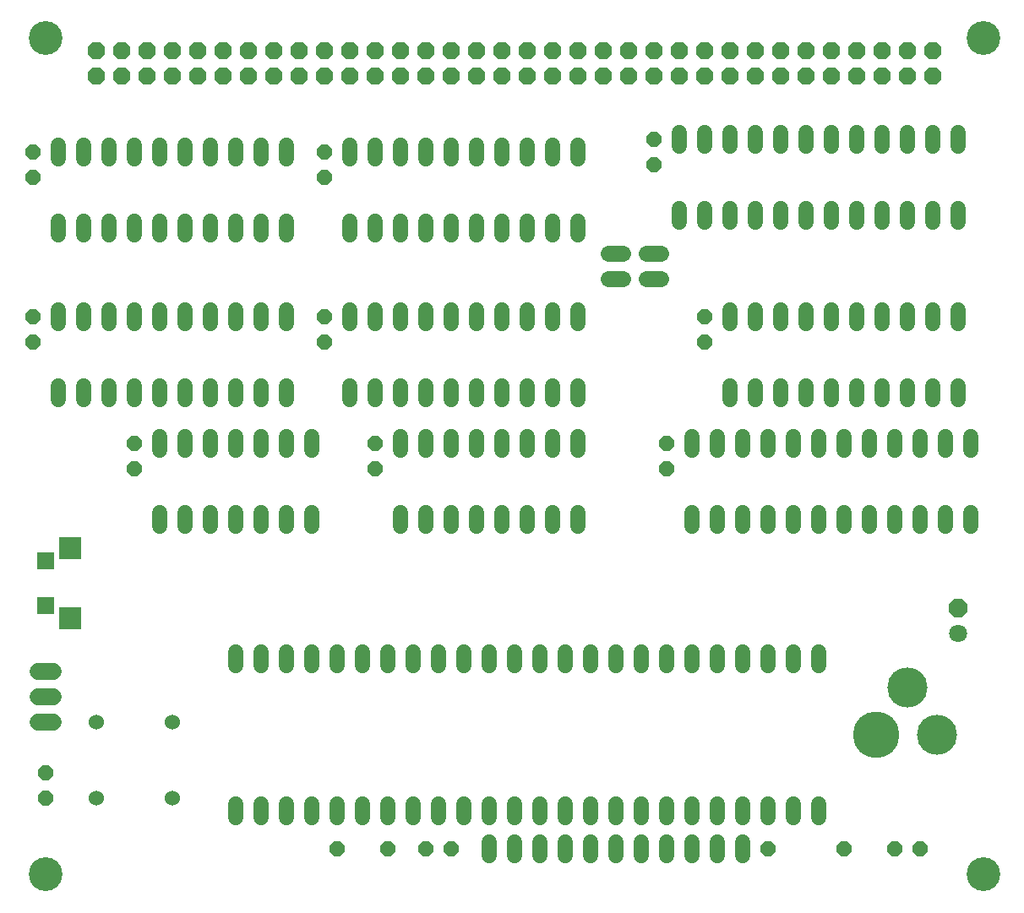
<source format=gbs>
G75*
%MOIN*%
%OFA0B0*%
%FSLAX25Y25*%
%IPPOS*%
%LPD*%
%AMOC8*
5,1,8,0,0,1.08239X$1,22.5*
%
%ADD10C,0.13300*%
%ADD11C,0.06000*%
%ADD12C,0.06000*%
%ADD13C,0.06800*%
%ADD14R,0.06800X0.06800*%
%ADD15R,0.09050X0.09050*%
%ADD16OC8,0.06000*%
%ADD17C,0.18300*%
%ADD18C,0.15800*%
%ADD19OC8,0.07100*%
%ADD20C,0.07100*%
%ADD21OC8,0.06800*%
%ADD22C,0.06400*%
D10*
X0026300Y0021300D03*
X0396300Y0021300D03*
X0396300Y0351300D03*
X0026300Y0351300D03*
D11*
X0031300Y0308900D02*
X0031300Y0303700D01*
X0041300Y0303700D02*
X0041300Y0308900D01*
X0051300Y0308900D02*
X0051300Y0303700D01*
X0061300Y0303700D02*
X0061300Y0308900D01*
X0071300Y0308900D02*
X0071300Y0303700D01*
X0081300Y0303700D02*
X0081300Y0308900D01*
X0091300Y0308900D02*
X0091300Y0303700D01*
X0101300Y0303700D02*
X0101300Y0308900D01*
X0111300Y0308900D02*
X0111300Y0303700D01*
X0121300Y0303700D02*
X0121300Y0308900D01*
X0146300Y0308900D02*
X0146300Y0303700D01*
X0156300Y0303700D02*
X0156300Y0308900D01*
X0166300Y0308900D02*
X0166300Y0303700D01*
X0176300Y0303700D02*
X0176300Y0308900D01*
X0186300Y0308900D02*
X0186300Y0303700D01*
X0196300Y0303700D02*
X0196300Y0308900D01*
X0206300Y0308900D02*
X0206300Y0303700D01*
X0216300Y0303700D02*
X0216300Y0308900D01*
X0226300Y0308900D02*
X0226300Y0303700D01*
X0236300Y0303700D02*
X0236300Y0308900D01*
X0236300Y0278900D02*
X0236300Y0273700D01*
X0226300Y0273700D02*
X0226300Y0278900D01*
X0216300Y0278900D02*
X0216300Y0273700D01*
X0206300Y0273700D02*
X0206300Y0278900D01*
X0196300Y0278900D02*
X0196300Y0273700D01*
X0186300Y0273700D02*
X0186300Y0278900D01*
X0176300Y0278900D02*
X0176300Y0273700D01*
X0166300Y0273700D02*
X0166300Y0278900D01*
X0156300Y0278900D02*
X0156300Y0273700D01*
X0146300Y0273700D02*
X0146300Y0278900D01*
X0121300Y0278900D02*
X0121300Y0273700D01*
X0111300Y0273700D02*
X0111300Y0278900D01*
X0101300Y0278900D02*
X0101300Y0273700D01*
X0091300Y0273700D02*
X0091300Y0278900D01*
X0081300Y0278900D02*
X0081300Y0273700D01*
X0071300Y0273700D02*
X0071300Y0278900D01*
X0061300Y0278900D02*
X0061300Y0273700D01*
X0051300Y0273700D02*
X0051300Y0278900D01*
X0041300Y0278900D02*
X0041300Y0273700D01*
X0031300Y0273700D02*
X0031300Y0278900D01*
X0031300Y0243900D02*
X0031300Y0238700D01*
X0041300Y0238700D02*
X0041300Y0243900D01*
X0051300Y0243900D02*
X0051300Y0238700D01*
X0061300Y0238700D02*
X0061300Y0243900D01*
X0071300Y0243900D02*
X0071300Y0238700D01*
X0081300Y0238700D02*
X0081300Y0243900D01*
X0091300Y0243900D02*
X0091300Y0238700D01*
X0101300Y0238700D02*
X0101300Y0243900D01*
X0111300Y0243900D02*
X0111300Y0238700D01*
X0121300Y0238700D02*
X0121300Y0243900D01*
X0146300Y0243900D02*
X0146300Y0238700D01*
X0156300Y0238700D02*
X0156300Y0243900D01*
X0166300Y0243900D02*
X0166300Y0238700D01*
X0176300Y0238700D02*
X0176300Y0243900D01*
X0186300Y0243900D02*
X0186300Y0238700D01*
X0196300Y0238700D02*
X0196300Y0243900D01*
X0206300Y0243900D02*
X0206300Y0238700D01*
X0216300Y0238700D02*
X0216300Y0243900D01*
X0226300Y0243900D02*
X0226300Y0238700D01*
X0236300Y0238700D02*
X0236300Y0243900D01*
X0236300Y0213900D02*
X0236300Y0208700D01*
X0226300Y0208700D02*
X0226300Y0213900D01*
X0216300Y0213900D02*
X0216300Y0208700D01*
X0206300Y0208700D02*
X0206300Y0213900D01*
X0196300Y0213900D02*
X0196300Y0208700D01*
X0186300Y0208700D02*
X0186300Y0213900D01*
X0176300Y0213900D02*
X0176300Y0208700D01*
X0166300Y0208700D02*
X0166300Y0213900D01*
X0156300Y0213900D02*
X0156300Y0208700D01*
X0146300Y0208700D02*
X0146300Y0213900D01*
X0131300Y0193900D02*
X0131300Y0188700D01*
X0121300Y0188700D02*
X0121300Y0193900D01*
X0111300Y0193900D02*
X0111300Y0188700D01*
X0101300Y0188700D02*
X0101300Y0193900D01*
X0091300Y0193900D02*
X0091300Y0188700D01*
X0081300Y0188700D02*
X0081300Y0193900D01*
X0071300Y0193900D02*
X0071300Y0188700D01*
X0071300Y0208700D02*
X0071300Y0213900D01*
X0081300Y0213900D02*
X0081300Y0208700D01*
X0091300Y0208700D02*
X0091300Y0213900D01*
X0101300Y0213900D02*
X0101300Y0208700D01*
X0111300Y0208700D02*
X0111300Y0213900D01*
X0121300Y0213900D02*
X0121300Y0208700D01*
X0166300Y0193900D02*
X0166300Y0188700D01*
X0176300Y0188700D02*
X0176300Y0193900D01*
X0186300Y0193900D02*
X0186300Y0188700D01*
X0196300Y0188700D02*
X0196300Y0193900D01*
X0206300Y0193900D02*
X0206300Y0188700D01*
X0216300Y0188700D02*
X0216300Y0193900D01*
X0226300Y0193900D02*
X0226300Y0188700D01*
X0236300Y0188700D02*
X0236300Y0193900D01*
X0236300Y0163900D02*
X0236300Y0158700D01*
X0226300Y0158700D02*
X0226300Y0163900D01*
X0216300Y0163900D02*
X0216300Y0158700D01*
X0206300Y0158700D02*
X0206300Y0163900D01*
X0196300Y0163900D02*
X0196300Y0158700D01*
X0186300Y0158700D02*
X0186300Y0163900D01*
X0176300Y0163900D02*
X0176300Y0158700D01*
X0166300Y0158700D02*
X0166300Y0163900D01*
X0131300Y0163900D02*
X0131300Y0158700D01*
X0121300Y0158700D02*
X0121300Y0163900D01*
X0111300Y0163900D02*
X0111300Y0158700D01*
X0101300Y0158700D02*
X0101300Y0163900D01*
X0091300Y0163900D02*
X0091300Y0158700D01*
X0081300Y0158700D02*
X0081300Y0163900D01*
X0071300Y0163900D02*
X0071300Y0158700D01*
X0101300Y0108900D02*
X0101300Y0103700D01*
X0111300Y0103700D02*
X0111300Y0108900D01*
X0121300Y0108900D02*
X0121300Y0103700D01*
X0131300Y0103700D02*
X0131300Y0108900D01*
X0141300Y0108900D02*
X0141300Y0103700D01*
X0151300Y0103700D02*
X0151300Y0108900D01*
X0161300Y0108900D02*
X0161300Y0103700D01*
X0171300Y0103700D02*
X0171300Y0108900D01*
X0181300Y0108900D02*
X0181300Y0103700D01*
X0191300Y0103700D02*
X0191300Y0108900D01*
X0201300Y0108900D02*
X0201300Y0103700D01*
X0211300Y0103700D02*
X0211300Y0108900D01*
X0221300Y0108900D02*
X0221300Y0103700D01*
X0231300Y0103700D02*
X0231300Y0108900D01*
X0241300Y0108900D02*
X0241300Y0103700D01*
X0251300Y0103700D02*
X0251300Y0108900D01*
X0261300Y0108900D02*
X0261300Y0103700D01*
X0271300Y0103700D02*
X0271300Y0108900D01*
X0281300Y0108900D02*
X0281300Y0103700D01*
X0291300Y0103700D02*
X0291300Y0108900D01*
X0301300Y0108900D02*
X0301300Y0103700D01*
X0311300Y0103700D02*
X0311300Y0108900D01*
X0321300Y0108900D02*
X0321300Y0103700D01*
X0331300Y0103700D02*
X0331300Y0108900D01*
X0331300Y0158700D02*
X0331300Y0163900D01*
X0341300Y0163900D02*
X0341300Y0158700D01*
X0351300Y0158700D02*
X0351300Y0163900D01*
X0361300Y0163900D02*
X0361300Y0158700D01*
X0371300Y0158700D02*
X0371300Y0163900D01*
X0381300Y0163900D02*
X0381300Y0158700D01*
X0391300Y0158700D02*
X0391300Y0163900D01*
X0391300Y0188700D02*
X0391300Y0193900D01*
X0381300Y0193900D02*
X0381300Y0188700D01*
X0371300Y0188700D02*
X0371300Y0193900D01*
X0361300Y0193900D02*
X0361300Y0188700D01*
X0351300Y0188700D02*
X0351300Y0193900D01*
X0341300Y0193900D02*
X0341300Y0188700D01*
X0331300Y0188700D02*
X0331300Y0193900D01*
X0321300Y0193900D02*
X0321300Y0188700D01*
X0311300Y0188700D02*
X0311300Y0193900D01*
X0301300Y0193900D02*
X0301300Y0188700D01*
X0291300Y0188700D02*
X0291300Y0193900D01*
X0281300Y0193900D02*
X0281300Y0188700D01*
X0296300Y0208700D02*
X0296300Y0213900D01*
X0306300Y0213900D02*
X0306300Y0208700D01*
X0316300Y0208700D02*
X0316300Y0213900D01*
X0326300Y0213900D02*
X0326300Y0208700D01*
X0336300Y0208700D02*
X0336300Y0213900D01*
X0346300Y0213900D02*
X0346300Y0208700D01*
X0356300Y0208700D02*
X0356300Y0213900D01*
X0366300Y0213900D02*
X0366300Y0208700D01*
X0376300Y0208700D02*
X0376300Y0213900D01*
X0386300Y0213900D02*
X0386300Y0208700D01*
X0386300Y0238700D02*
X0386300Y0243900D01*
X0376300Y0243900D02*
X0376300Y0238700D01*
X0366300Y0238700D02*
X0366300Y0243900D01*
X0356300Y0243900D02*
X0356300Y0238700D01*
X0346300Y0238700D02*
X0346300Y0243900D01*
X0336300Y0243900D02*
X0336300Y0238700D01*
X0326300Y0238700D02*
X0326300Y0243900D01*
X0316300Y0243900D02*
X0316300Y0238700D01*
X0306300Y0238700D02*
X0306300Y0243900D01*
X0296300Y0243900D02*
X0296300Y0238700D01*
X0296300Y0278700D02*
X0296300Y0283900D01*
X0286300Y0283900D02*
X0286300Y0278700D01*
X0276300Y0278700D02*
X0276300Y0283900D01*
X0276300Y0308700D02*
X0276300Y0313900D01*
X0286300Y0313900D02*
X0286300Y0308700D01*
X0296300Y0308700D02*
X0296300Y0313900D01*
X0306300Y0313900D02*
X0306300Y0308700D01*
X0316300Y0308700D02*
X0316300Y0313900D01*
X0326300Y0313900D02*
X0326300Y0308700D01*
X0336300Y0308700D02*
X0336300Y0313900D01*
X0346300Y0313900D02*
X0346300Y0308700D01*
X0356300Y0308700D02*
X0356300Y0313900D01*
X0366300Y0313900D02*
X0366300Y0308700D01*
X0376300Y0308700D02*
X0376300Y0313900D01*
X0386300Y0313900D02*
X0386300Y0308700D01*
X0386300Y0283900D02*
X0386300Y0278700D01*
X0376300Y0278700D02*
X0376300Y0283900D01*
X0366300Y0283900D02*
X0366300Y0278700D01*
X0356300Y0278700D02*
X0356300Y0283900D01*
X0346300Y0283900D02*
X0346300Y0278700D01*
X0336300Y0278700D02*
X0336300Y0283900D01*
X0326300Y0283900D02*
X0326300Y0278700D01*
X0316300Y0278700D02*
X0316300Y0283900D01*
X0306300Y0283900D02*
X0306300Y0278700D01*
X0301300Y0163900D02*
X0301300Y0158700D01*
X0311300Y0158700D02*
X0311300Y0163900D01*
X0321300Y0163900D02*
X0321300Y0158700D01*
X0291300Y0158700D02*
X0291300Y0163900D01*
X0281300Y0163900D02*
X0281300Y0158700D01*
X0281300Y0048900D02*
X0281300Y0043700D01*
X0281300Y0033900D02*
X0281300Y0028700D01*
X0291300Y0028700D02*
X0291300Y0033900D01*
X0291300Y0043700D02*
X0291300Y0048900D01*
X0301300Y0048900D02*
X0301300Y0043700D01*
X0301300Y0033900D02*
X0301300Y0028700D01*
X0311300Y0043700D02*
X0311300Y0048900D01*
X0321300Y0048900D02*
X0321300Y0043700D01*
X0331300Y0043700D02*
X0331300Y0048900D01*
X0271300Y0048900D02*
X0271300Y0043700D01*
X0271300Y0033900D02*
X0271300Y0028700D01*
X0261300Y0028700D02*
X0261300Y0033900D01*
X0261300Y0043700D02*
X0261300Y0048900D01*
X0251300Y0048900D02*
X0251300Y0043700D01*
X0251300Y0033900D02*
X0251300Y0028700D01*
X0241300Y0028700D02*
X0241300Y0033900D01*
X0241300Y0043700D02*
X0241300Y0048900D01*
X0231300Y0048900D02*
X0231300Y0043700D01*
X0231300Y0033900D02*
X0231300Y0028700D01*
X0221300Y0028700D02*
X0221300Y0033900D01*
X0221300Y0043700D02*
X0221300Y0048900D01*
X0211300Y0048900D02*
X0211300Y0043700D01*
X0211300Y0033900D02*
X0211300Y0028700D01*
X0201300Y0028700D02*
X0201300Y0033900D01*
X0201300Y0043700D02*
X0201300Y0048900D01*
X0191300Y0048900D02*
X0191300Y0043700D01*
X0181300Y0043700D02*
X0181300Y0048900D01*
X0171300Y0048900D02*
X0171300Y0043700D01*
X0161300Y0043700D02*
X0161300Y0048900D01*
X0151300Y0048900D02*
X0151300Y0043700D01*
X0141300Y0043700D02*
X0141300Y0048900D01*
X0131300Y0048900D02*
X0131300Y0043700D01*
X0121300Y0043700D02*
X0121300Y0048900D01*
X0111300Y0048900D02*
X0111300Y0043700D01*
X0101300Y0043700D02*
X0101300Y0048900D01*
X0061300Y0208700D02*
X0061300Y0213900D01*
X0051300Y0213900D02*
X0051300Y0208700D01*
X0041300Y0208700D02*
X0041300Y0213900D01*
X0031300Y0213900D02*
X0031300Y0208700D01*
D12*
X0046300Y0081300D03*
X0076300Y0081300D03*
X0076300Y0051300D03*
X0046300Y0051300D03*
D13*
X0029300Y0081300D02*
X0023300Y0081300D01*
X0023300Y0091300D02*
X0029300Y0091300D01*
X0029300Y0101300D02*
X0023300Y0101300D01*
D14*
X0026400Y0127450D03*
X0026400Y0145150D03*
D15*
X0036200Y0150100D03*
X0036200Y0122500D03*
D16*
X0026300Y0061300D03*
X0026300Y0051300D03*
X0141300Y0031300D03*
X0161300Y0031300D03*
X0176300Y0031300D03*
X0186300Y0031300D03*
X0311300Y0031300D03*
X0341300Y0031300D03*
X0361300Y0031300D03*
X0371300Y0031300D03*
X0271300Y0181300D03*
X0271300Y0191300D03*
X0286300Y0231300D03*
X0286300Y0241300D03*
X0266300Y0301300D03*
X0266300Y0311300D03*
X0136300Y0306300D03*
X0136300Y0296300D03*
X0136300Y0241300D03*
X0136300Y0231300D03*
X0156300Y0191300D03*
X0156300Y0181300D03*
X0061300Y0181300D03*
X0061300Y0191300D03*
X0021300Y0231300D03*
X0021300Y0241300D03*
X0021300Y0296300D03*
X0021300Y0306300D03*
D17*
X0354095Y0076300D03*
D18*
X0366300Y0095198D03*
X0378111Y0076300D03*
D19*
X0386300Y0126300D03*
D20*
X0386300Y0116300D03*
D21*
X0376300Y0336300D03*
X0376300Y0346300D03*
X0366300Y0346300D03*
X0366300Y0336300D03*
X0356300Y0336300D03*
X0356300Y0346300D03*
X0346300Y0346300D03*
X0346300Y0336300D03*
X0336300Y0336300D03*
X0336300Y0346300D03*
X0326300Y0346300D03*
X0326300Y0336300D03*
X0316300Y0336300D03*
X0316300Y0346300D03*
X0306300Y0346300D03*
X0306300Y0336300D03*
X0296300Y0336300D03*
X0296300Y0346300D03*
X0286300Y0346300D03*
X0286300Y0336300D03*
X0276300Y0336300D03*
X0276300Y0346300D03*
X0266300Y0346300D03*
X0266300Y0336300D03*
X0256300Y0336300D03*
X0256300Y0346300D03*
X0246300Y0346300D03*
X0246300Y0336300D03*
X0236300Y0336300D03*
X0236300Y0346300D03*
X0226300Y0346300D03*
X0226300Y0336300D03*
X0216300Y0336300D03*
X0216300Y0346300D03*
X0206300Y0346300D03*
X0206300Y0336300D03*
X0196300Y0336300D03*
X0196300Y0346300D03*
X0186300Y0346300D03*
X0186300Y0336300D03*
X0176300Y0336300D03*
X0176300Y0346300D03*
X0166300Y0346300D03*
X0166300Y0336300D03*
X0156300Y0336300D03*
X0156300Y0346300D03*
X0146300Y0346300D03*
X0146300Y0336300D03*
X0136300Y0336300D03*
X0136300Y0346300D03*
X0126300Y0346300D03*
X0126300Y0336300D03*
X0116300Y0336300D03*
X0116300Y0346300D03*
X0106300Y0346300D03*
X0106300Y0336300D03*
X0096300Y0336300D03*
X0096300Y0346300D03*
X0086300Y0346300D03*
X0086300Y0336300D03*
X0076300Y0336300D03*
X0076300Y0346300D03*
X0066300Y0346300D03*
X0066300Y0336300D03*
X0056300Y0336300D03*
X0056300Y0346300D03*
X0046300Y0346300D03*
X0046300Y0336300D03*
D22*
X0248500Y0266300D02*
X0254100Y0266300D01*
X0263500Y0266300D02*
X0269100Y0266300D01*
X0269100Y0256300D02*
X0263500Y0256300D01*
X0254100Y0256300D02*
X0248500Y0256300D01*
M02*

</source>
